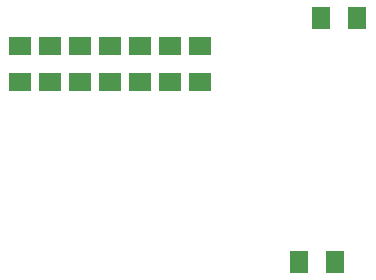
<source format=gbp>
G04 MADE WITH FRITZING*
G04 WWW.FRITZING.ORG*
G04 DOUBLE SIDED*
G04 HOLES PLATED*
G04 CONTOUR ON CENTER OF CONTOUR VECTOR*
%ASAXBY*%
%FSLAX23Y23*%
%MOIN*%
%OFA0B0*%
%SFA1.0B1.0*%
%ADD10R,0.062992X0.074803*%
%ADD11R,0.074803X0.062992*%
%LNPASTEMASK0*%
G90*
G70*
G54D10*
X2705Y1536D03*
X2827Y1536D03*
X2753Y722D03*
X2631Y722D03*
G54D11*
X2303Y1444D03*
X2303Y1322D03*
X2203Y1444D03*
X2203Y1322D03*
X2103Y1444D03*
X2103Y1322D03*
X2003Y1444D03*
X2003Y1322D03*
X1903Y1444D03*
X1903Y1322D03*
X1803Y1444D03*
X1803Y1322D03*
X1703Y1444D03*
X1703Y1322D03*
G04 End of PasteMask0*
M02*
</source>
